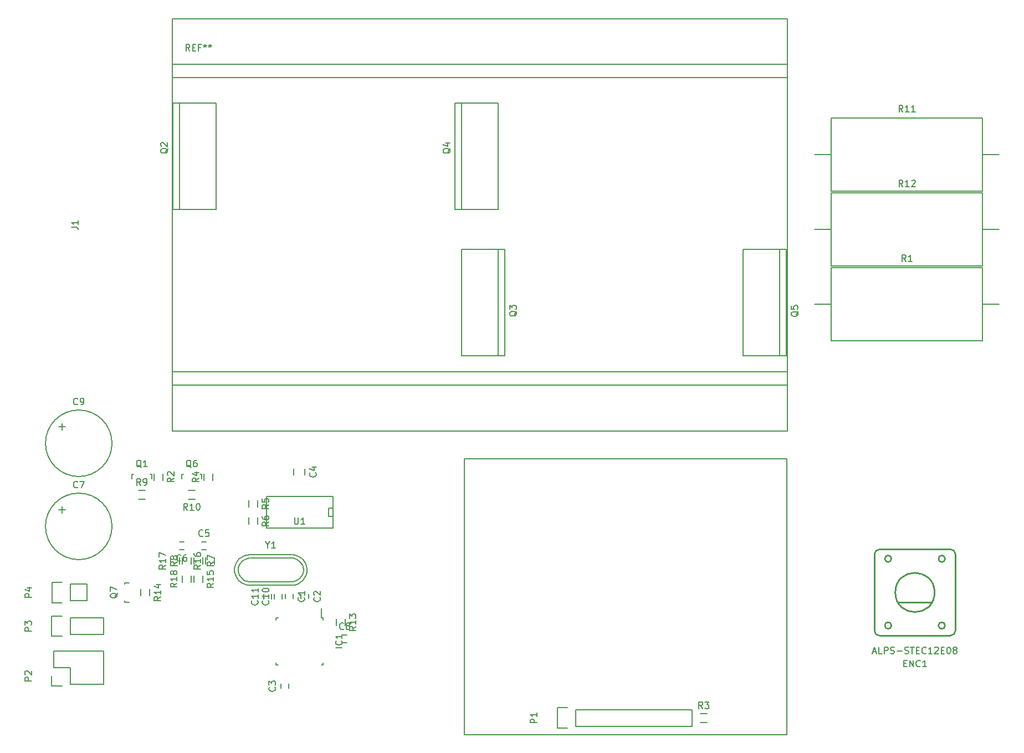
<source format=gbr>
G04 #@! TF.FileFunction,Legend,Top*
%FSLAX46Y46*%
G04 Gerber Fmt 4.6, Leading zero omitted, Abs format (unit mm)*
G04 Created by KiCad (PCBNEW 0.201507290901+6012~27~ubuntu14.04.1-product) date Fri 31 Jul 2015 15:24:14 CEST*
%MOMM*%
G01*
G04 APERTURE LIST*
%ADD10C,0.100000*%
%ADD11C,0.150000*%
%ADD12C,0.250000*%
%ADD13C,0.200000*%
G04 APERTURE END LIST*
D10*
D11*
X98933000Y-54610000D02*
X99949000Y-54610000D01*
X98933000Y-70866000D02*
X98933000Y-54610000D01*
X99949000Y-70866000D02*
X98933000Y-70866000D01*
X105537000Y-54610000D02*
X99949000Y-54610000D01*
X99949000Y-54610000D02*
X99949000Y-70866000D01*
X99949000Y-70866000D02*
X105537000Y-70866000D01*
X105537000Y-70866000D02*
X105537000Y-54610000D01*
X192870000Y-50720000D02*
X98870000Y-50720000D01*
X98870000Y-95720000D02*
X192870000Y-95720000D01*
X98870000Y-104720000D02*
X98870000Y-97720000D01*
X192870000Y-104720000D02*
X98870000Y-104720000D01*
X192870000Y-41720000D02*
X192870000Y-104720000D01*
X98870000Y-41720000D02*
X192870000Y-41720000D01*
X98870000Y-48720000D02*
X98870000Y-41720000D01*
X98870000Y-97720000D02*
X98870000Y-48720000D01*
X192870000Y-97720000D02*
X98870000Y-97720000D01*
X192870000Y-48720000D02*
X192870000Y-97720000D01*
X98870000Y-48720000D02*
X192870000Y-48720000D01*
X119742421Y-129659233D02*
X119742421Y-130359233D01*
X118542421Y-130359233D02*
X118542421Y-129659233D01*
X121937421Y-133261233D02*
X121612421Y-133261233D01*
X121937421Y-140511233D02*
X121612421Y-140511233D01*
X114687421Y-140511233D02*
X115012421Y-140511233D01*
X114687421Y-133261233D02*
X115012421Y-133261233D01*
X121937421Y-133261233D02*
X121937421Y-133586233D01*
X114687421Y-133261233D02*
X114687421Y-133586233D01*
X114687421Y-140511233D02*
X114687421Y-140186233D01*
X121937421Y-140511233D02*
X121937421Y-140186233D01*
X121612421Y-133261233D02*
X121612421Y-131836233D01*
X96090005Y-112255551D02*
X96090005Y-111255551D01*
X97440005Y-111255551D02*
X97440005Y-112255551D01*
X117329421Y-129659233D02*
X117329421Y-130359233D01*
X116129421Y-130359233D02*
X116129421Y-129659233D01*
X115494421Y-144075233D02*
X115494421Y-143375233D01*
X116694421Y-143375233D02*
X116694421Y-144075233D01*
X119147013Y-111469987D02*
X119147013Y-110469987D01*
X117447013Y-110469987D02*
X117447013Y-111469987D01*
X103360047Y-121701000D02*
X104060047Y-121701000D01*
X104060047Y-122901000D02*
X103360047Y-122901000D01*
X180586000Y-149265000D02*
X179586000Y-149265000D01*
X179586000Y-147915000D02*
X180586000Y-147915000D01*
X105060005Y-111255551D02*
X105060005Y-112255551D01*
X103710005Y-112255551D02*
X103710005Y-111255551D01*
X113237747Y-119560119D02*
X113237747Y-114734119D01*
X113237747Y-114734119D02*
X123397747Y-114734119D01*
X123397747Y-114734119D02*
X123397747Y-119560119D01*
X123397747Y-119560119D02*
X113237747Y-119560119D01*
X123397747Y-117782119D02*
X122762747Y-117782119D01*
X122762747Y-117782119D02*
X122762747Y-116512119D01*
X122762747Y-116512119D02*
X123397747Y-116512119D01*
X199581609Y-89931779D02*
X199581609Y-90947779D01*
X199581609Y-90947779D02*
X222695609Y-90947779D01*
X222695609Y-90947779D02*
X222695609Y-89931779D01*
X199581609Y-80787779D02*
X199581609Y-79771779D01*
X199581609Y-79771779D02*
X222695609Y-79771779D01*
X222695609Y-79771779D02*
X222695609Y-80787779D01*
X222695609Y-85359779D02*
X225235609Y-85359779D01*
X199581609Y-85359779D02*
X197041609Y-85359779D01*
X199581609Y-80787779D02*
X199581609Y-89931779D01*
X222695609Y-89931779D02*
X222695609Y-80787779D01*
X83262543Y-143458745D02*
X88342543Y-143458745D01*
X80442543Y-143738745D02*
X80442543Y-142188745D01*
X80722543Y-140918745D02*
X83262543Y-140918745D01*
X83262543Y-140918745D02*
X83262543Y-143458745D01*
X88342543Y-143458745D02*
X88342543Y-138378745D01*
X88342543Y-138378745D02*
X83262543Y-138378745D01*
X80442543Y-143738745D02*
X81992543Y-143738745D01*
X80722543Y-138378745D02*
X80722543Y-140918745D01*
X83262543Y-138378745D02*
X80722543Y-138378745D01*
X110583789Y-116327949D02*
X110583789Y-115327949D01*
X111933789Y-115327949D02*
X111933789Y-116327949D01*
X110583789Y-118994949D02*
X110583789Y-117994949D01*
X111933789Y-117994949D02*
X111933789Y-118994949D01*
X100680000Y-122901000D02*
X99980000Y-122901000D01*
X99980000Y-121701000D02*
X100680000Y-121701000D01*
X102195000Y-125087000D02*
X102195000Y-124087000D01*
X103545000Y-124087000D02*
X103545000Y-125087000D01*
X101767000Y-124087000D02*
X101767000Y-125087000D01*
X100417000Y-125087000D02*
X100417000Y-124087000D01*
X94706534Y-115151456D02*
X93706534Y-115151456D01*
X93706534Y-113801456D02*
X94706534Y-113801456D01*
X101326534Y-113801456D02*
X102326534Y-113801456D01*
X102326534Y-115151456D02*
X101326534Y-115151456D01*
X199581609Y-67071779D02*
X199581609Y-68087779D01*
X199581609Y-68087779D02*
X222695609Y-68087779D01*
X222695609Y-68087779D02*
X222695609Y-67071779D01*
X199581609Y-57927779D02*
X199581609Y-56911779D01*
X199581609Y-56911779D02*
X222695609Y-56911779D01*
X222695609Y-56911779D02*
X222695609Y-57927779D01*
X222695609Y-62499779D02*
X225235609Y-62499779D01*
X199581609Y-62499779D02*
X197041609Y-62499779D01*
X199581609Y-57927779D02*
X199581609Y-67071779D01*
X222695609Y-67071779D02*
X222695609Y-57927779D01*
X199581609Y-78501779D02*
X199581609Y-79517779D01*
X199581609Y-79517779D02*
X222695609Y-79517779D01*
X222695609Y-79517779D02*
X222695609Y-78501779D01*
X199581609Y-69357779D02*
X199581609Y-68341779D01*
X199581609Y-68341779D02*
X222695609Y-68341779D01*
X222695609Y-68341779D02*
X222695609Y-69357779D01*
X222695609Y-73929779D02*
X225235609Y-73929779D01*
X199581609Y-73929779D02*
X197041609Y-73929779D01*
X199581609Y-69357779D02*
X199581609Y-78501779D01*
X222695609Y-78501779D02*
X222695609Y-69357779D01*
X82034474Y-116267231D02*
X82034474Y-117283231D01*
X81526474Y-116775231D02*
X82542474Y-116775231D01*
X89654474Y-119315231D02*
G75*
G03X89654474Y-119315231I-5080000J0D01*
G01*
D12*
X216944000Y-124263000D02*
G75*
G03X216944000Y-124263000I-500000J0D01*
G01*
X208744000Y-124263000D02*
G75*
G03X208744000Y-124263000I-500000J0D01*
G01*
X208744000Y-134463000D02*
G75*
G03X208744000Y-134463000I-500000J0D01*
G01*
X216944000Y-134463000D02*
G75*
G03X216944000Y-134463000I-500000J0D01*
G01*
X218544000Y-123613000D02*
X218544000Y-135213000D01*
X206144000Y-135213000D02*
X206144000Y-123613000D01*
X217744000Y-136013000D02*
X206944000Y-136013000D01*
X217744000Y-122813000D02*
X206944000Y-122813000D01*
X217744000Y-136013000D02*
G75*
G03X218544000Y-135213000I0J800000D01*
G01*
X218544000Y-123613000D02*
G75*
G03X217744000Y-122813000I-800000J0D01*
G01*
X206944000Y-122813000D02*
G75*
G03X206144000Y-123613000I0J-800000D01*
G01*
X206144000Y-135213000D02*
G75*
G03X206944000Y-136013000I800000J0D01*
G01*
X214944000Y-130913000D02*
X209744000Y-130913000D01*
X215344000Y-129413000D02*
G75*
G03X215344000Y-129413000I-3000000J0D01*
G01*
D11*
X143510000Y-108966000D02*
X143510000Y-151130000D01*
X192786000Y-108966000D02*
X143510000Y-108966000D01*
X192786000Y-151130000D02*
X192786000Y-108966000D01*
X143510000Y-151130000D02*
X192786000Y-151130000D01*
X160528000Y-147320000D02*
X178308000Y-147320000D01*
X178308000Y-147320000D02*
X178308000Y-149860000D01*
X178308000Y-149860000D02*
X160528000Y-149860000D01*
X157708000Y-147040000D02*
X159258000Y-147040000D01*
X160528000Y-147320000D02*
X160528000Y-149860000D01*
X159258000Y-150140000D02*
X157708000Y-150140000D01*
X157708000Y-150140000D02*
X157708000Y-147040000D01*
X124872000Y-135925000D02*
X125572000Y-135925000D01*
X125572000Y-137125000D02*
X124872000Y-137125000D01*
X123912000Y-134485000D02*
X123912000Y-133485000D01*
X125262000Y-133485000D02*
X125262000Y-134485000D01*
X103144165Y-111359311D02*
X103095905Y-111359311D01*
X100345185Y-112060351D02*
X100345185Y-111359311D01*
X100345185Y-111359311D02*
X100594105Y-111359311D01*
X103144165Y-111359311D02*
X103344825Y-111359311D01*
X103344825Y-111359311D02*
X103344825Y-112060351D01*
X95524165Y-111359311D02*
X95475905Y-111359311D01*
X92725185Y-112060351D02*
X92725185Y-111359311D01*
X92725185Y-111359311D02*
X92974105Y-111359311D01*
X95524165Y-111359311D02*
X95724825Y-111359311D01*
X95724825Y-111359311D02*
X95724825Y-112060351D01*
X82034474Y-103567231D02*
X82034474Y-104583231D01*
X81526474Y-104075231D02*
X82542474Y-104075231D01*
X89654474Y-106615231D02*
G75*
G03X89654474Y-106615231I-5080000J0D01*
G01*
X142071471Y-54610000D02*
X143087471Y-54610000D01*
X142071471Y-70866000D02*
X142071471Y-54610000D01*
X143087471Y-70866000D02*
X142071471Y-70866000D01*
X148675471Y-54610000D02*
X143087471Y-54610000D01*
X143087471Y-54610000D02*
X143087471Y-70866000D01*
X143087471Y-70866000D02*
X148675471Y-70866000D01*
X148675471Y-70866000D02*
X148675471Y-54610000D01*
X149691471Y-93201160D02*
X148675471Y-93201160D01*
X149691471Y-76945160D02*
X149691471Y-93201160D01*
X148675471Y-76945160D02*
X149691471Y-76945160D01*
X143087471Y-93201160D02*
X148675471Y-93201160D01*
X148675471Y-93201160D02*
X148675471Y-76945160D01*
X148675471Y-76945160D02*
X143087471Y-76945160D01*
X143087471Y-76945160D02*
X143087471Y-93201160D01*
X192723609Y-93233779D02*
X191707609Y-93233779D01*
X192723609Y-76977779D02*
X192723609Y-93233779D01*
X191707609Y-76977779D02*
X192723609Y-76977779D01*
X186119609Y-93233779D02*
X191707609Y-93233779D01*
X191707609Y-93233779D02*
X191707609Y-76977779D01*
X191707609Y-76977779D02*
X186119609Y-76977779D01*
X186119609Y-76977779D02*
X186119609Y-93233779D01*
X83262543Y-135838745D02*
X88342543Y-135838745D01*
X88342543Y-135838745D02*
X88342543Y-133298745D01*
X88342543Y-133298745D02*
X83262543Y-133298745D01*
X80442543Y-133018745D02*
X81992543Y-133018745D01*
X83262543Y-133298745D02*
X83262543Y-135838745D01*
X81992543Y-136118745D02*
X80442543Y-136118745D01*
X80442543Y-136118745D02*
X80442543Y-133018745D01*
X83312000Y-128143000D02*
X85852000Y-128143000D01*
X80492000Y-127863000D02*
X82042000Y-127863000D01*
X83312000Y-128143000D02*
X83312000Y-130683000D01*
X82042000Y-130963000D02*
X80492000Y-130963000D01*
X80492000Y-130963000D02*
X80492000Y-127863000D01*
X83312000Y-130683000D02*
X85852000Y-130683000D01*
X85852000Y-130683000D02*
X85852000Y-128143000D01*
X91551760Y-128113840D02*
X91551760Y-128162100D01*
X92252800Y-130912820D02*
X91551760Y-130912820D01*
X91551760Y-130912820D02*
X91551760Y-130663900D01*
X91551760Y-128113840D02*
X91551760Y-127913180D01*
X91551760Y-127913180D02*
X92252800Y-127913180D01*
X94067000Y-129913000D02*
X94067000Y-128913000D01*
X95417000Y-128913000D02*
X95417000Y-129913000D01*
X114462000Y-130386000D02*
X114462000Y-129686000D01*
X115662000Y-129686000D02*
X115662000Y-130386000D01*
X112811000Y-130386000D02*
X112811000Y-129686000D01*
X114011000Y-129686000D02*
X114011000Y-130386000D01*
X102146047Y-127880271D02*
X102146047Y-126880271D01*
X103496047Y-126880271D02*
X103496047Y-127880271D01*
X105323000Y-124087000D02*
X105323000Y-125087000D01*
X103973000Y-125087000D02*
X103973000Y-124087000D01*
X99989000Y-124087000D02*
X99989000Y-125087000D01*
X98639000Y-125087000D02*
X98639000Y-124087000D01*
X101711463Y-126851680D02*
X101711463Y-127851680D01*
X100361463Y-127851680D02*
X100361463Y-126851680D01*
X118618000Y-124983240D02*
X118818660Y-125384560D01*
X118818660Y-125384560D02*
X118920260Y-125984000D01*
X118920260Y-125984000D02*
X118818660Y-126484380D01*
X118818660Y-126484380D02*
X118419880Y-127182880D01*
X118419880Y-127182880D02*
X117817900Y-127584200D01*
X117817900Y-127584200D02*
X117218460Y-127784860D01*
X117218460Y-127784860D02*
X110619540Y-127784860D01*
X110619540Y-127784860D02*
X109918500Y-127584200D01*
X109918500Y-127584200D02*
X109519720Y-127284480D01*
X109519720Y-127284480D02*
X109118400Y-126784100D01*
X109118400Y-126784100D02*
X108917740Y-126184660D01*
X108917740Y-126184660D02*
X108917740Y-125684280D01*
X108917740Y-125684280D02*
X109118400Y-125183900D01*
X109118400Y-125183900D02*
X109618780Y-124584460D01*
X109618780Y-124584460D02*
X110119160Y-124284740D01*
X110119160Y-124284740D02*
X110619540Y-124183140D01*
X110718600Y-124183140D02*
X117320060Y-124183140D01*
X117320060Y-124183140D02*
X117718840Y-124284740D01*
X117718840Y-124284740D02*
X118219220Y-124584460D01*
X118219220Y-124584460D02*
X118719600Y-125084840D01*
X110728760Y-123654820D02*
X110269020Y-123703080D01*
X110269020Y-123703080D02*
X109870240Y-123814840D01*
X109870240Y-123814840D02*
X109438440Y-124033280D01*
X109438440Y-124033280D02*
X109148880Y-124264420D01*
X109148880Y-124264420D02*
X108818680Y-124614940D01*
X108818680Y-124614940D02*
X108529120Y-125153420D01*
X108529120Y-125153420D02*
X108399580Y-125752860D01*
X108399580Y-125752860D02*
X108399580Y-126263400D01*
X108399580Y-126263400D02*
X108569760Y-126964440D01*
X108569760Y-126964440D02*
X108968540Y-127553720D01*
X108968540Y-127553720D02*
X109428280Y-127924560D01*
X109428280Y-127924560D02*
X109849920Y-128132840D01*
X109849920Y-128132840D02*
X110299500Y-128292860D01*
X110299500Y-128292860D02*
X110738920Y-128323340D01*
X118079520Y-128104900D02*
X118457980Y-127883920D01*
X118457980Y-127883920D02*
X118778020Y-127604520D01*
X118778020Y-127604520D02*
X119029480Y-127274320D01*
X119029480Y-127274320D02*
X119329200Y-126723140D01*
X119329200Y-126723140D02*
X119438420Y-126253240D01*
X119438420Y-126253240D02*
X119458740Y-125793500D01*
X119458740Y-125793500D02*
X119369840Y-125333760D01*
X119369840Y-125333760D02*
X119179340Y-124884180D01*
X119179340Y-124884180D02*
X118818660Y-124414280D01*
X118818660Y-124414280D02*
X118468140Y-124094240D01*
X118468140Y-124094240D02*
X118079520Y-123863100D01*
X118079520Y-123863100D02*
X117650260Y-123723400D01*
X117650260Y-123723400D02*
X117208300Y-123654820D01*
X110718600Y-128313180D02*
X117170200Y-128313180D01*
X117170200Y-128313180D02*
X117589300Y-128275080D01*
X117589300Y-128275080D02*
X118079520Y-128104900D01*
X110718600Y-123654820D02*
X117170200Y-123654820D01*
X98210619Y-61563238D02*
X98163000Y-61658476D01*
X98067762Y-61753714D01*
X97924905Y-61896571D01*
X97877286Y-61991810D01*
X97877286Y-62087048D01*
X98115381Y-62039429D02*
X98067762Y-62134667D01*
X97972524Y-62229905D01*
X97782048Y-62277524D01*
X97448714Y-62277524D01*
X97258238Y-62229905D01*
X97163000Y-62134667D01*
X97115381Y-62039429D01*
X97115381Y-61848952D01*
X97163000Y-61753714D01*
X97258238Y-61658476D01*
X97448714Y-61610857D01*
X97782048Y-61610857D01*
X97972524Y-61658476D01*
X98067762Y-61753714D01*
X98115381Y-61848952D01*
X98115381Y-62039429D01*
X97210619Y-61229905D02*
X97163000Y-61182286D01*
X97115381Y-61087048D01*
X97115381Y-60848952D01*
X97163000Y-60753714D01*
X97210619Y-60706095D01*
X97305857Y-60658476D01*
X97401095Y-60658476D01*
X97543952Y-60706095D01*
X98115381Y-61277524D01*
X98115381Y-60658476D01*
X101536667Y-46672381D02*
X101203333Y-46196190D01*
X100965238Y-46672381D02*
X100965238Y-45672381D01*
X101346191Y-45672381D01*
X101441429Y-45720000D01*
X101489048Y-45767619D01*
X101536667Y-45862857D01*
X101536667Y-46005714D01*
X101489048Y-46100952D01*
X101441429Y-46148571D01*
X101346191Y-46196190D01*
X100965238Y-46196190D01*
X101965238Y-46148571D02*
X102298572Y-46148571D01*
X102441429Y-46672381D02*
X101965238Y-46672381D01*
X101965238Y-45672381D01*
X102441429Y-45672381D01*
X103203334Y-46148571D02*
X102870000Y-46148571D01*
X102870000Y-46672381D02*
X102870000Y-45672381D01*
X103346191Y-45672381D01*
X103870000Y-45672381D02*
X103870000Y-45910476D01*
X103631905Y-45815238D02*
X103870000Y-45910476D01*
X104108096Y-45815238D01*
X103727143Y-46100952D02*
X103870000Y-45910476D01*
X104012858Y-46100952D01*
X104631905Y-45672381D02*
X104631905Y-45910476D01*
X104393810Y-45815238D02*
X104631905Y-45910476D01*
X104870001Y-45815238D01*
X104489048Y-46100952D02*
X104631905Y-45910476D01*
X104774763Y-46100952D01*
X83479946Y-73594632D02*
X84194232Y-73594632D01*
X84337089Y-73642252D01*
X84432327Y-73737490D01*
X84479946Y-73880347D01*
X84479946Y-73975585D01*
X84479946Y-72594632D02*
X84479946Y-73166061D01*
X84479946Y-72880347D02*
X83479946Y-72880347D01*
X83622803Y-72975585D01*
X83718041Y-73070823D01*
X83765660Y-73166061D01*
X121399564Y-130175899D02*
X121447183Y-130223518D01*
X121494802Y-130366375D01*
X121494802Y-130461613D01*
X121447183Y-130604471D01*
X121351945Y-130699709D01*
X121256707Y-130747328D01*
X121066231Y-130794947D01*
X120923373Y-130794947D01*
X120732897Y-130747328D01*
X120637659Y-130699709D01*
X120542421Y-130604471D01*
X120494802Y-130461613D01*
X120494802Y-130366375D01*
X120542421Y-130223518D01*
X120590040Y-130175899D01*
X120590040Y-129794947D02*
X120542421Y-129747328D01*
X120494802Y-129652090D01*
X120494802Y-129413994D01*
X120542421Y-129318756D01*
X120590040Y-129271137D01*
X120685278Y-129223518D01*
X120780516Y-129223518D01*
X120923373Y-129271137D01*
X121494802Y-129842566D01*
X121494802Y-129223518D01*
X124814802Y-137862423D02*
X123814802Y-137862423D01*
X124719564Y-136814804D02*
X124767183Y-136862423D01*
X124814802Y-137005280D01*
X124814802Y-137100518D01*
X124767183Y-137243376D01*
X124671945Y-137338614D01*
X124576707Y-137386233D01*
X124386231Y-137433852D01*
X124243373Y-137433852D01*
X124052897Y-137386233D01*
X123957659Y-137338614D01*
X123862421Y-137243376D01*
X123814802Y-137100518D01*
X123814802Y-137005280D01*
X123862421Y-136862423D01*
X123910040Y-136814804D01*
X124814802Y-135862423D02*
X124814802Y-136433852D01*
X124814802Y-136148138D02*
X123814802Y-136148138D01*
X123957659Y-136243376D01*
X124052897Y-136338614D01*
X124100516Y-136433852D01*
X99117386Y-111922217D02*
X98641195Y-112255551D01*
X99117386Y-112493646D02*
X98117386Y-112493646D01*
X98117386Y-112112693D01*
X98165005Y-112017455D01*
X98212624Y-111969836D01*
X98307862Y-111922217D01*
X98450719Y-111922217D01*
X98545957Y-111969836D01*
X98593576Y-112017455D01*
X98641195Y-112112693D01*
X98641195Y-112493646D01*
X98212624Y-111541265D02*
X98165005Y-111493646D01*
X98117386Y-111398408D01*
X98117386Y-111160312D01*
X98165005Y-111065074D01*
X98212624Y-111017455D01*
X98307862Y-110969836D01*
X98403100Y-110969836D01*
X98545957Y-111017455D01*
X99117386Y-111588884D01*
X99117386Y-110969836D01*
X118986564Y-130175899D02*
X119034183Y-130223518D01*
X119081802Y-130366375D01*
X119081802Y-130461613D01*
X119034183Y-130604471D01*
X118938945Y-130699709D01*
X118843707Y-130747328D01*
X118653231Y-130794947D01*
X118510373Y-130794947D01*
X118319897Y-130747328D01*
X118224659Y-130699709D01*
X118129421Y-130604471D01*
X118081802Y-130461613D01*
X118081802Y-130366375D01*
X118129421Y-130223518D01*
X118177040Y-130175899D01*
X119081802Y-129223518D02*
X119081802Y-129794947D01*
X119081802Y-129509233D02*
X118081802Y-129509233D01*
X118224659Y-129604471D01*
X118319897Y-129699709D01*
X118367516Y-129794947D01*
X114551564Y-143891899D02*
X114599183Y-143939518D01*
X114646802Y-144082375D01*
X114646802Y-144177613D01*
X114599183Y-144320471D01*
X114503945Y-144415709D01*
X114408707Y-144463328D01*
X114218231Y-144510947D01*
X114075373Y-144510947D01*
X113884897Y-144463328D01*
X113789659Y-144415709D01*
X113694421Y-144320471D01*
X113646802Y-144177613D01*
X113646802Y-144082375D01*
X113694421Y-143939518D01*
X113742040Y-143891899D01*
X113646802Y-143558566D02*
X113646802Y-142939518D01*
X114027754Y-143272852D01*
X114027754Y-143129994D01*
X114075373Y-143034756D01*
X114122992Y-142987137D01*
X114218231Y-142939518D01*
X114456326Y-142939518D01*
X114551564Y-142987137D01*
X114599183Y-143034756D01*
X114646802Y-143129994D01*
X114646802Y-143415709D01*
X114599183Y-143510947D01*
X114551564Y-143558566D01*
X120754156Y-111136653D02*
X120801775Y-111184272D01*
X120849394Y-111327129D01*
X120849394Y-111422367D01*
X120801775Y-111565225D01*
X120706537Y-111660463D01*
X120611299Y-111708082D01*
X120420823Y-111755701D01*
X120277965Y-111755701D01*
X120087489Y-111708082D01*
X119992251Y-111660463D01*
X119897013Y-111565225D01*
X119849394Y-111422367D01*
X119849394Y-111327129D01*
X119897013Y-111184272D01*
X119944632Y-111136653D01*
X120182727Y-110279510D02*
X120849394Y-110279510D01*
X119801775Y-110517606D02*
X120516061Y-110755701D01*
X120516061Y-110136653D01*
X103543381Y-120758143D02*
X103495762Y-120805762D01*
X103352905Y-120853381D01*
X103257667Y-120853381D01*
X103114809Y-120805762D01*
X103019571Y-120710524D01*
X102971952Y-120615286D01*
X102924333Y-120424810D01*
X102924333Y-120281952D01*
X102971952Y-120091476D01*
X103019571Y-119996238D01*
X103114809Y-119901000D01*
X103257667Y-119853381D01*
X103352905Y-119853381D01*
X103495762Y-119901000D01*
X103543381Y-119948619D01*
X104448143Y-119853381D02*
X103971952Y-119853381D01*
X103924333Y-120329571D01*
X103971952Y-120281952D01*
X104067190Y-120234333D01*
X104305286Y-120234333D01*
X104400524Y-120281952D01*
X104448143Y-120329571D01*
X104495762Y-120424810D01*
X104495762Y-120662905D01*
X104448143Y-120758143D01*
X104400524Y-120805762D01*
X104305286Y-120853381D01*
X104067190Y-120853381D01*
X103971952Y-120805762D01*
X103924333Y-120758143D01*
X179919334Y-147142381D02*
X179586000Y-146666190D01*
X179347905Y-147142381D02*
X179347905Y-146142381D01*
X179728858Y-146142381D01*
X179824096Y-146190000D01*
X179871715Y-146237619D01*
X179919334Y-146332857D01*
X179919334Y-146475714D01*
X179871715Y-146570952D01*
X179824096Y-146618571D01*
X179728858Y-146666190D01*
X179347905Y-146666190D01*
X180252667Y-146142381D02*
X180871715Y-146142381D01*
X180538381Y-146523333D01*
X180681239Y-146523333D01*
X180776477Y-146570952D01*
X180824096Y-146618571D01*
X180871715Y-146713810D01*
X180871715Y-146951905D01*
X180824096Y-147047143D01*
X180776477Y-147094762D01*
X180681239Y-147142381D01*
X180395524Y-147142381D01*
X180300286Y-147094762D01*
X180252667Y-147047143D01*
X102937386Y-111922217D02*
X102461195Y-112255551D01*
X102937386Y-112493646D02*
X101937386Y-112493646D01*
X101937386Y-112112693D01*
X101985005Y-112017455D01*
X102032624Y-111969836D01*
X102127862Y-111922217D01*
X102270719Y-111922217D01*
X102365957Y-111969836D01*
X102413576Y-112017455D01*
X102461195Y-112112693D01*
X102461195Y-112493646D01*
X102270719Y-111065074D02*
X102937386Y-111065074D01*
X101889767Y-111303170D02*
X102604053Y-111541265D01*
X102604053Y-110922217D01*
X117555842Y-117996500D02*
X117555842Y-118806024D01*
X117603461Y-118901262D01*
X117651080Y-118948881D01*
X117746318Y-118996500D01*
X117936795Y-118996500D01*
X118032033Y-118948881D01*
X118079652Y-118901262D01*
X118127271Y-118806024D01*
X118127271Y-117996500D01*
X119127271Y-118996500D02*
X118555842Y-118996500D01*
X118841556Y-118996500D02*
X118841556Y-117996500D01*
X118746318Y-118139357D01*
X118651080Y-118234595D01*
X118555842Y-118282214D01*
X210971943Y-78827160D02*
X210638609Y-78350969D01*
X210400514Y-78827160D02*
X210400514Y-77827160D01*
X210781467Y-77827160D01*
X210876705Y-77874779D01*
X210924324Y-77922398D01*
X210971943Y-78017636D01*
X210971943Y-78160493D01*
X210924324Y-78255731D01*
X210876705Y-78303350D01*
X210781467Y-78350969D01*
X210400514Y-78350969D01*
X211924324Y-78827160D02*
X211352895Y-78827160D01*
X211638609Y-78827160D02*
X211638609Y-77827160D01*
X211543371Y-77970017D01*
X211448133Y-78065255D01*
X211352895Y-78112874D01*
X77344924Y-142926840D02*
X76344924Y-142926840D01*
X76344924Y-142545887D01*
X76392543Y-142450649D01*
X76440162Y-142403030D01*
X76535400Y-142355411D01*
X76678257Y-142355411D01*
X76773495Y-142403030D01*
X76821114Y-142450649D01*
X76868733Y-142545887D01*
X76868733Y-142926840D01*
X76440162Y-141974459D02*
X76392543Y-141926840D01*
X76344924Y-141831602D01*
X76344924Y-141593506D01*
X76392543Y-141498268D01*
X76440162Y-141450649D01*
X76535400Y-141403030D01*
X76630638Y-141403030D01*
X76773495Y-141450649D01*
X77344924Y-142022078D01*
X77344924Y-141403030D01*
X113611170Y-115994615D02*
X113134979Y-116327949D01*
X113611170Y-116566044D02*
X112611170Y-116566044D01*
X112611170Y-116185091D01*
X112658789Y-116089853D01*
X112706408Y-116042234D01*
X112801646Y-115994615D01*
X112944503Y-115994615D01*
X113039741Y-116042234D01*
X113087360Y-116089853D01*
X113134979Y-116185091D01*
X113134979Y-116566044D01*
X112611170Y-115089853D02*
X112611170Y-115566044D01*
X113087360Y-115613663D01*
X113039741Y-115566044D01*
X112992122Y-115470806D01*
X112992122Y-115232710D01*
X113039741Y-115137472D01*
X113087360Y-115089853D01*
X113182599Y-115042234D01*
X113420694Y-115042234D01*
X113515932Y-115089853D01*
X113563551Y-115137472D01*
X113611170Y-115232710D01*
X113611170Y-115470806D01*
X113563551Y-115566044D01*
X113515932Y-115613663D01*
X113611170Y-118661615D02*
X113134979Y-118994949D01*
X113611170Y-119233044D02*
X112611170Y-119233044D01*
X112611170Y-118852091D01*
X112658789Y-118756853D01*
X112706408Y-118709234D01*
X112801646Y-118661615D01*
X112944503Y-118661615D01*
X113039741Y-118709234D01*
X113087360Y-118756853D01*
X113134979Y-118852091D01*
X113134979Y-119233044D01*
X112611170Y-117804472D02*
X112611170Y-117994949D01*
X112658789Y-118090187D01*
X112706408Y-118137806D01*
X112849265Y-118233044D01*
X113039741Y-118280663D01*
X113420694Y-118280663D01*
X113515932Y-118233044D01*
X113563551Y-118185425D01*
X113611170Y-118090187D01*
X113611170Y-117899710D01*
X113563551Y-117804472D01*
X113515932Y-117756853D01*
X113420694Y-117709234D01*
X113182599Y-117709234D01*
X113087360Y-117756853D01*
X113039741Y-117804472D01*
X112992122Y-117899710D01*
X112992122Y-118090187D01*
X113039741Y-118185425D01*
X113087360Y-118233044D01*
X113182599Y-118280663D01*
X100163334Y-124558143D02*
X100115715Y-124605762D01*
X99972858Y-124653381D01*
X99877620Y-124653381D01*
X99734762Y-124605762D01*
X99639524Y-124510524D01*
X99591905Y-124415286D01*
X99544286Y-124224810D01*
X99544286Y-124081952D01*
X99591905Y-123891476D01*
X99639524Y-123796238D01*
X99734762Y-123701000D01*
X99877620Y-123653381D01*
X99972858Y-123653381D01*
X100115715Y-123701000D01*
X100163334Y-123748619D01*
X101020477Y-123653381D02*
X100830000Y-123653381D01*
X100734762Y-123701000D01*
X100687143Y-123748619D01*
X100591905Y-123891476D01*
X100544286Y-124081952D01*
X100544286Y-124462905D01*
X100591905Y-124558143D01*
X100639524Y-124605762D01*
X100734762Y-124653381D01*
X100925239Y-124653381D01*
X101020477Y-124605762D01*
X101068096Y-124558143D01*
X101115715Y-124462905D01*
X101115715Y-124224810D01*
X101068096Y-124129571D01*
X101020477Y-124081952D01*
X100925239Y-124034333D01*
X100734762Y-124034333D01*
X100639524Y-124081952D01*
X100591905Y-124129571D01*
X100544286Y-124224810D01*
X105222381Y-124753666D02*
X104746190Y-125087000D01*
X105222381Y-125325095D02*
X104222381Y-125325095D01*
X104222381Y-124944142D01*
X104270000Y-124848904D01*
X104317619Y-124801285D01*
X104412857Y-124753666D01*
X104555714Y-124753666D01*
X104650952Y-124801285D01*
X104698571Y-124848904D01*
X104746190Y-124944142D01*
X104746190Y-125325095D01*
X104222381Y-124420333D02*
X104222381Y-123753666D01*
X105222381Y-124182238D01*
X99644381Y-124753666D02*
X99168190Y-125087000D01*
X99644381Y-125325095D02*
X98644381Y-125325095D01*
X98644381Y-124944142D01*
X98692000Y-124848904D01*
X98739619Y-124801285D01*
X98834857Y-124753666D01*
X98977714Y-124753666D01*
X99072952Y-124801285D01*
X99120571Y-124848904D01*
X99168190Y-124944142D01*
X99168190Y-125325095D01*
X99072952Y-124182238D02*
X99025333Y-124277476D01*
X98977714Y-124325095D01*
X98882476Y-124372714D01*
X98834857Y-124372714D01*
X98739619Y-124325095D01*
X98692000Y-124277476D01*
X98644381Y-124182238D01*
X98644381Y-123991761D01*
X98692000Y-123896523D01*
X98739619Y-123848904D01*
X98834857Y-123801285D01*
X98882476Y-123801285D01*
X98977714Y-123848904D01*
X99025333Y-123896523D01*
X99072952Y-123991761D01*
X99072952Y-124182238D01*
X99120571Y-124277476D01*
X99168190Y-124325095D01*
X99263429Y-124372714D01*
X99453905Y-124372714D01*
X99549143Y-124325095D01*
X99596762Y-124277476D01*
X99644381Y-124182238D01*
X99644381Y-123991761D01*
X99596762Y-123896523D01*
X99549143Y-123848904D01*
X99453905Y-123801285D01*
X99263429Y-123801285D01*
X99168190Y-123848904D01*
X99120571Y-123896523D01*
X99072952Y-123991761D01*
X94039868Y-113028837D02*
X93706534Y-112552646D01*
X93468439Y-113028837D02*
X93468439Y-112028837D01*
X93849392Y-112028837D01*
X93944630Y-112076456D01*
X93992249Y-112124075D01*
X94039868Y-112219313D01*
X94039868Y-112362170D01*
X93992249Y-112457408D01*
X93944630Y-112505027D01*
X93849392Y-112552646D01*
X93468439Y-112552646D01*
X94516058Y-113028837D02*
X94706534Y-113028837D01*
X94801773Y-112981218D01*
X94849392Y-112933599D01*
X94944630Y-112790742D01*
X94992249Y-112600266D01*
X94992249Y-112219313D01*
X94944630Y-112124075D01*
X94897011Y-112076456D01*
X94801773Y-112028837D01*
X94611296Y-112028837D01*
X94516058Y-112076456D01*
X94468439Y-112124075D01*
X94420820Y-112219313D01*
X94420820Y-112457408D01*
X94468439Y-112552646D01*
X94516058Y-112600266D01*
X94611296Y-112647885D01*
X94801773Y-112647885D01*
X94897011Y-112600266D01*
X94944630Y-112552646D01*
X94992249Y-112457408D01*
X101183677Y-116828837D02*
X100850343Y-116352646D01*
X100612248Y-116828837D02*
X100612248Y-115828837D01*
X100993201Y-115828837D01*
X101088439Y-115876456D01*
X101136058Y-115924075D01*
X101183677Y-116019313D01*
X101183677Y-116162170D01*
X101136058Y-116257408D01*
X101088439Y-116305027D01*
X100993201Y-116352646D01*
X100612248Y-116352646D01*
X102136058Y-116828837D02*
X101564629Y-116828837D01*
X101850343Y-116828837D02*
X101850343Y-115828837D01*
X101755105Y-115971694D01*
X101659867Y-116066932D01*
X101564629Y-116114551D01*
X102755105Y-115828837D02*
X102850344Y-115828837D01*
X102945582Y-115876456D01*
X102993201Y-115924075D01*
X103040820Y-116019313D01*
X103088439Y-116209789D01*
X103088439Y-116447885D01*
X103040820Y-116638361D01*
X102993201Y-116733599D01*
X102945582Y-116781218D01*
X102850344Y-116828837D01*
X102755105Y-116828837D01*
X102659867Y-116781218D01*
X102612248Y-116733599D01*
X102564629Y-116638361D01*
X102517010Y-116447885D01*
X102517010Y-116209789D01*
X102564629Y-116019313D01*
X102612248Y-115924075D01*
X102659867Y-115876456D01*
X102755105Y-115828837D01*
X210495752Y-55967160D02*
X210162418Y-55490969D01*
X209924323Y-55967160D02*
X209924323Y-54967160D01*
X210305276Y-54967160D01*
X210400514Y-55014779D01*
X210448133Y-55062398D01*
X210495752Y-55157636D01*
X210495752Y-55300493D01*
X210448133Y-55395731D01*
X210400514Y-55443350D01*
X210305276Y-55490969D01*
X209924323Y-55490969D01*
X211448133Y-55967160D02*
X210876704Y-55967160D01*
X211162418Y-55967160D02*
X211162418Y-54967160D01*
X211067180Y-55110017D01*
X210971942Y-55205255D01*
X210876704Y-55252874D01*
X212400514Y-55967160D02*
X211829085Y-55967160D01*
X212114799Y-55967160D02*
X212114799Y-54967160D01*
X212019561Y-55110017D01*
X211924323Y-55205255D01*
X211829085Y-55252874D01*
X210495752Y-67397160D02*
X210162418Y-66920969D01*
X209924323Y-67397160D02*
X209924323Y-66397160D01*
X210305276Y-66397160D01*
X210400514Y-66444779D01*
X210448133Y-66492398D01*
X210495752Y-66587636D01*
X210495752Y-66730493D01*
X210448133Y-66825731D01*
X210400514Y-66873350D01*
X210305276Y-66920969D01*
X209924323Y-66920969D01*
X211448133Y-67397160D02*
X210876704Y-67397160D01*
X211162418Y-67397160D02*
X211162418Y-66397160D01*
X211067180Y-66540017D01*
X210971942Y-66635255D01*
X210876704Y-66682874D01*
X211829085Y-66492398D02*
X211876704Y-66444779D01*
X211971942Y-66397160D01*
X212210038Y-66397160D01*
X212305276Y-66444779D01*
X212352895Y-66492398D01*
X212400514Y-66587636D01*
X212400514Y-66682874D01*
X212352895Y-66825731D01*
X211781466Y-67397160D01*
X212400514Y-67397160D01*
X84407808Y-113322374D02*
X84360189Y-113369993D01*
X84217332Y-113417612D01*
X84122094Y-113417612D01*
X83979236Y-113369993D01*
X83883998Y-113274755D01*
X83836379Y-113179517D01*
X83788760Y-112989041D01*
X83788760Y-112846183D01*
X83836379Y-112655707D01*
X83883998Y-112560469D01*
X83979236Y-112465231D01*
X84122094Y-112417612D01*
X84217332Y-112417612D01*
X84360189Y-112465231D01*
X84407808Y-112512850D01*
X84741141Y-112417612D02*
X85407808Y-112417612D01*
X84979236Y-113417612D01*
D13*
X210629714Y-140241571D02*
X210963048Y-140241571D01*
X211105905Y-140765381D02*
X210629714Y-140765381D01*
X210629714Y-139765381D01*
X211105905Y-139765381D01*
X211534476Y-140765381D02*
X211534476Y-139765381D01*
X212105905Y-140765381D01*
X212105905Y-139765381D01*
X213153524Y-140670143D02*
X213105905Y-140717762D01*
X212963048Y-140765381D01*
X212867810Y-140765381D01*
X212724952Y-140717762D01*
X212629714Y-140622524D01*
X212582095Y-140527286D01*
X212534476Y-140336810D01*
X212534476Y-140193952D01*
X212582095Y-140003476D01*
X212629714Y-139908238D01*
X212724952Y-139813000D01*
X212867810Y-139765381D01*
X212963048Y-139765381D01*
X213105905Y-139813000D01*
X213153524Y-139860619D01*
X214105905Y-140765381D02*
X213534476Y-140765381D01*
X213820190Y-140765381D02*
X213820190Y-139765381D01*
X213724952Y-139908238D01*
X213629714Y-140003476D01*
X213534476Y-140051095D01*
X205939238Y-138479667D02*
X206415429Y-138479667D01*
X205844000Y-138765381D02*
X206177333Y-137765381D01*
X206510667Y-138765381D01*
X207320191Y-138765381D02*
X206844000Y-138765381D01*
X206844000Y-137765381D01*
X207653524Y-138765381D02*
X207653524Y-137765381D01*
X208034477Y-137765381D01*
X208129715Y-137813000D01*
X208177334Y-137860619D01*
X208224953Y-137955857D01*
X208224953Y-138098714D01*
X208177334Y-138193952D01*
X208129715Y-138241571D01*
X208034477Y-138289190D01*
X207653524Y-138289190D01*
X208605905Y-138717762D02*
X208748762Y-138765381D01*
X208986858Y-138765381D01*
X209082096Y-138717762D01*
X209129715Y-138670143D01*
X209177334Y-138574905D01*
X209177334Y-138479667D01*
X209129715Y-138384429D01*
X209082096Y-138336810D01*
X208986858Y-138289190D01*
X208796381Y-138241571D01*
X208701143Y-138193952D01*
X208653524Y-138146333D01*
X208605905Y-138051095D01*
X208605905Y-137955857D01*
X208653524Y-137860619D01*
X208701143Y-137813000D01*
X208796381Y-137765381D01*
X209034477Y-137765381D01*
X209177334Y-137813000D01*
X209605905Y-138384429D02*
X210367810Y-138384429D01*
X210796381Y-138717762D02*
X210939238Y-138765381D01*
X211177334Y-138765381D01*
X211272572Y-138717762D01*
X211320191Y-138670143D01*
X211367810Y-138574905D01*
X211367810Y-138479667D01*
X211320191Y-138384429D01*
X211272572Y-138336810D01*
X211177334Y-138289190D01*
X210986857Y-138241571D01*
X210891619Y-138193952D01*
X210844000Y-138146333D01*
X210796381Y-138051095D01*
X210796381Y-137955857D01*
X210844000Y-137860619D01*
X210891619Y-137813000D01*
X210986857Y-137765381D01*
X211224953Y-137765381D01*
X211367810Y-137813000D01*
X211653524Y-137765381D02*
X212224953Y-137765381D01*
X211939238Y-138765381D02*
X211939238Y-137765381D01*
X212558286Y-138241571D02*
X212891620Y-138241571D01*
X213034477Y-138765381D02*
X212558286Y-138765381D01*
X212558286Y-137765381D01*
X213034477Y-137765381D01*
X214034477Y-138670143D02*
X213986858Y-138717762D01*
X213844001Y-138765381D01*
X213748763Y-138765381D01*
X213605905Y-138717762D01*
X213510667Y-138622524D01*
X213463048Y-138527286D01*
X213415429Y-138336810D01*
X213415429Y-138193952D01*
X213463048Y-138003476D01*
X213510667Y-137908238D01*
X213605905Y-137813000D01*
X213748763Y-137765381D01*
X213844001Y-137765381D01*
X213986858Y-137813000D01*
X214034477Y-137860619D01*
X214986858Y-138765381D02*
X214415429Y-138765381D01*
X214701143Y-138765381D02*
X214701143Y-137765381D01*
X214605905Y-137908238D01*
X214510667Y-138003476D01*
X214415429Y-138051095D01*
X215367810Y-137860619D02*
X215415429Y-137813000D01*
X215510667Y-137765381D01*
X215748763Y-137765381D01*
X215844001Y-137813000D01*
X215891620Y-137860619D01*
X215939239Y-137955857D01*
X215939239Y-138051095D01*
X215891620Y-138193952D01*
X215320191Y-138765381D01*
X215939239Y-138765381D01*
X216367810Y-138241571D02*
X216701144Y-138241571D01*
X216844001Y-138765381D02*
X216367810Y-138765381D01*
X216367810Y-137765381D01*
X216844001Y-137765381D01*
X217463048Y-137765381D02*
X217558287Y-137765381D01*
X217653525Y-137813000D01*
X217701144Y-137860619D01*
X217748763Y-137955857D01*
X217796382Y-138146333D01*
X217796382Y-138384429D01*
X217748763Y-138574905D01*
X217701144Y-138670143D01*
X217653525Y-138717762D01*
X217558287Y-138765381D01*
X217463048Y-138765381D01*
X217367810Y-138717762D01*
X217320191Y-138670143D01*
X217272572Y-138574905D01*
X217224953Y-138384429D01*
X217224953Y-138146333D01*
X217272572Y-137955857D01*
X217320191Y-137860619D01*
X217367810Y-137813000D01*
X217463048Y-137765381D01*
X218367810Y-138193952D02*
X218272572Y-138146333D01*
X218224953Y-138098714D01*
X218177334Y-138003476D01*
X218177334Y-137955857D01*
X218224953Y-137860619D01*
X218272572Y-137813000D01*
X218367810Y-137765381D01*
X218558287Y-137765381D01*
X218653525Y-137813000D01*
X218701144Y-137860619D01*
X218748763Y-137955857D01*
X218748763Y-138003476D01*
X218701144Y-138098714D01*
X218653525Y-138146333D01*
X218558287Y-138193952D01*
X218367810Y-138193952D01*
X218272572Y-138241571D01*
X218224953Y-138289190D01*
X218177334Y-138384429D01*
X218177334Y-138574905D01*
X218224953Y-138670143D01*
X218272572Y-138717762D01*
X218367810Y-138765381D01*
X218558287Y-138765381D01*
X218653525Y-138717762D01*
X218701144Y-138670143D01*
X218748763Y-138574905D01*
X218748763Y-138384429D01*
X218701144Y-138289190D01*
X218653525Y-138241571D01*
X218558287Y-138193952D01*
D11*
X154610381Y-149328095D02*
X153610381Y-149328095D01*
X153610381Y-148947142D01*
X153658000Y-148851904D01*
X153705619Y-148804285D01*
X153800857Y-148756666D01*
X153943714Y-148756666D01*
X154038952Y-148804285D01*
X154086571Y-148851904D01*
X154134190Y-148947142D01*
X154134190Y-149328095D01*
X154610381Y-147804285D02*
X154610381Y-148375714D01*
X154610381Y-148090000D02*
X153610381Y-148090000D01*
X153753238Y-148185238D01*
X153848476Y-148280476D01*
X153896095Y-148375714D01*
X125055334Y-134982143D02*
X125007715Y-135029762D01*
X124864858Y-135077381D01*
X124769620Y-135077381D01*
X124626762Y-135029762D01*
X124531524Y-134934524D01*
X124483905Y-134839286D01*
X124436286Y-134648810D01*
X124436286Y-134505952D01*
X124483905Y-134315476D01*
X124531524Y-134220238D01*
X124626762Y-134125000D01*
X124769620Y-134077381D01*
X124864858Y-134077381D01*
X125007715Y-134125000D01*
X125055334Y-134172619D01*
X125626762Y-134505952D02*
X125531524Y-134458333D01*
X125483905Y-134410714D01*
X125436286Y-134315476D01*
X125436286Y-134267857D01*
X125483905Y-134172619D01*
X125531524Y-134125000D01*
X125626762Y-134077381D01*
X125817239Y-134077381D01*
X125912477Y-134125000D01*
X125960096Y-134172619D01*
X126007715Y-134267857D01*
X126007715Y-134315476D01*
X125960096Y-134410714D01*
X125912477Y-134458333D01*
X125817239Y-134505952D01*
X125626762Y-134505952D01*
X125531524Y-134553571D01*
X125483905Y-134601190D01*
X125436286Y-134696429D01*
X125436286Y-134886905D01*
X125483905Y-134982143D01*
X125531524Y-135029762D01*
X125626762Y-135077381D01*
X125817239Y-135077381D01*
X125912477Y-135029762D01*
X125960096Y-134982143D01*
X126007715Y-134886905D01*
X126007715Y-134696429D01*
X125960096Y-134601190D01*
X125912477Y-134553571D01*
X125817239Y-134505952D01*
X126939381Y-134627857D02*
X126463190Y-134961191D01*
X126939381Y-135199286D02*
X125939381Y-135199286D01*
X125939381Y-134818333D01*
X125987000Y-134723095D01*
X126034619Y-134675476D01*
X126129857Y-134627857D01*
X126272714Y-134627857D01*
X126367952Y-134675476D01*
X126415571Y-134723095D01*
X126463190Y-134818333D01*
X126463190Y-135199286D01*
X126939381Y-133675476D02*
X126939381Y-134246905D01*
X126939381Y-133961191D02*
X125939381Y-133961191D01*
X126082238Y-134056429D01*
X126177476Y-134151667D01*
X126225095Y-134246905D01*
X125939381Y-133342143D02*
X125939381Y-132723095D01*
X126320333Y-133056429D01*
X126320333Y-132913571D01*
X126367952Y-132818333D01*
X126415571Y-132770714D01*
X126510810Y-132723095D01*
X126748905Y-132723095D01*
X126844143Y-132770714D01*
X126891762Y-132818333D01*
X126939381Y-132913571D01*
X126939381Y-133199286D01*
X126891762Y-133294524D01*
X126844143Y-133342143D01*
X101749767Y-110307170D02*
X101654529Y-110259551D01*
X101559291Y-110164313D01*
X101416434Y-110021456D01*
X101321195Y-109973837D01*
X101225957Y-109973837D01*
X101273576Y-110211932D02*
X101178338Y-110164313D01*
X101083100Y-110069075D01*
X101035481Y-109878599D01*
X101035481Y-109545265D01*
X101083100Y-109354789D01*
X101178338Y-109259551D01*
X101273576Y-109211932D01*
X101464053Y-109211932D01*
X101559291Y-109259551D01*
X101654529Y-109354789D01*
X101702148Y-109545265D01*
X101702148Y-109878599D01*
X101654529Y-110069075D01*
X101559291Y-110164313D01*
X101464053Y-110211932D01*
X101273576Y-110211932D01*
X102559291Y-109211932D02*
X102368814Y-109211932D01*
X102273576Y-109259551D01*
X102225957Y-109307170D01*
X102130719Y-109450027D01*
X102083100Y-109640503D01*
X102083100Y-110021456D01*
X102130719Y-110116694D01*
X102178338Y-110164313D01*
X102273576Y-110211932D01*
X102464053Y-110211932D01*
X102559291Y-110164313D01*
X102606910Y-110116694D01*
X102654529Y-110021456D01*
X102654529Y-109783361D01*
X102606910Y-109688122D01*
X102559291Y-109640503D01*
X102464053Y-109592884D01*
X102273576Y-109592884D01*
X102178338Y-109640503D01*
X102130719Y-109688122D01*
X102083100Y-109783361D01*
X94129767Y-110307170D02*
X94034529Y-110259551D01*
X93939291Y-110164313D01*
X93796434Y-110021456D01*
X93701195Y-109973837D01*
X93605957Y-109973837D01*
X93653576Y-110211932D02*
X93558338Y-110164313D01*
X93463100Y-110069075D01*
X93415481Y-109878599D01*
X93415481Y-109545265D01*
X93463100Y-109354789D01*
X93558338Y-109259551D01*
X93653576Y-109211932D01*
X93844053Y-109211932D01*
X93939291Y-109259551D01*
X94034529Y-109354789D01*
X94082148Y-109545265D01*
X94082148Y-109878599D01*
X94034529Y-110069075D01*
X93939291Y-110164313D01*
X93844053Y-110211932D01*
X93653576Y-110211932D01*
X95034529Y-110211932D02*
X94463100Y-110211932D01*
X94748814Y-110211932D02*
X94748814Y-109211932D01*
X94653576Y-109354789D01*
X94558338Y-109450027D01*
X94463100Y-109497646D01*
X84407808Y-100622374D02*
X84360189Y-100669993D01*
X84217332Y-100717612D01*
X84122094Y-100717612D01*
X83979236Y-100669993D01*
X83883998Y-100574755D01*
X83836379Y-100479517D01*
X83788760Y-100289041D01*
X83788760Y-100146183D01*
X83836379Y-99955707D01*
X83883998Y-99860469D01*
X83979236Y-99765231D01*
X84122094Y-99717612D01*
X84217332Y-99717612D01*
X84360189Y-99765231D01*
X84407808Y-99812850D01*
X84883998Y-100717612D02*
X85074474Y-100717612D01*
X85169713Y-100669993D01*
X85217332Y-100622374D01*
X85312570Y-100479517D01*
X85360189Y-100289041D01*
X85360189Y-99908088D01*
X85312570Y-99812850D01*
X85264951Y-99765231D01*
X85169713Y-99717612D01*
X84979236Y-99717612D01*
X84883998Y-99765231D01*
X84836379Y-99812850D01*
X84788760Y-99908088D01*
X84788760Y-100146183D01*
X84836379Y-100241421D01*
X84883998Y-100289041D01*
X84979236Y-100336660D01*
X85169713Y-100336660D01*
X85264951Y-100289041D01*
X85312570Y-100241421D01*
X85360189Y-100146183D01*
X141349090Y-61563238D02*
X141301471Y-61658476D01*
X141206233Y-61753714D01*
X141063376Y-61896571D01*
X141015757Y-61991810D01*
X141015757Y-62087048D01*
X141253852Y-62039429D02*
X141206233Y-62134667D01*
X141110995Y-62229905D01*
X140920519Y-62277524D01*
X140587185Y-62277524D01*
X140396709Y-62229905D01*
X140301471Y-62134667D01*
X140253852Y-62039429D01*
X140253852Y-61848952D01*
X140301471Y-61753714D01*
X140396709Y-61658476D01*
X140587185Y-61610857D01*
X140920519Y-61610857D01*
X141110995Y-61658476D01*
X141206233Y-61753714D01*
X141253852Y-61848952D01*
X141253852Y-62039429D01*
X140587185Y-60753714D02*
X141253852Y-60753714D01*
X140206233Y-60991810D02*
X140920519Y-61229905D01*
X140920519Y-60610857D01*
X151509090Y-86438398D02*
X151461471Y-86533636D01*
X151366233Y-86628874D01*
X151223376Y-86771731D01*
X151175757Y-86866970D01*
X151175757Y-86962208D01*
X151413852Y-86914589D02*
X151366233Y-87009827D01*
X151270995Y-87105065D01*
X151080519Y-87152684D01*
X150747185Y-87152684D01*
X150556709Y-87105065D01*
X150461471Y-87009827D01*
X150413852Y-86914589D01*
X150413852Y-86724112D01*
X150461471Y-86628874D01*
X150556709Y-86533636D01*
X150747185Y-86486017D01*
X151080519Y-86486017D01*
X151270995Y-86533636D01*
X151366233Y-86628874D01*
X151413852Y-86724112D01*
X151413852Y-86914589D01*
X150413852Y-86152684D02*
X150413852Y-85533636D01*
X150794804Y-85866970D01*
X150794804Y-85724112D01*
X150842423Y-85628874D01*
X150890042Y-85581255D01*
X150985281Y-85533636D01*
X151223376Y-85533636D01*
X151318614Y-85581255D01*
X151366233Y-85628874D01*
X151413852Y-85724112D01*
X151413852Y-86009827D01*
X151366233Y-86105065D01*
X151318614Y-86152684D01*
X194541228Y-86471017D02*
X194493609Y-86566255D01*
X194398371Y-86661493D01*
X194255514Y-86804350D01*
X194207895Y-86899589D01*
X194207895Y-86994827D01*
X194445990Y-86947208D02*
X194398371Y-87042446D01*
X194303133Y-87137684D01*
X194112657Y-87185303D01*
X193779323Y-87185303D01*
X193588847Y-87137684D01*
X193493609Y-87042446D01*
X193445990Y-86947208D01*
X193445990Y-86756731D01*
X193493609Y-86661493D01*
X193588847Y-86566255D01*
X193779323Y-86518636D01*
X194112657Y-86518636D01*
X194303133Y-86566255D01*
X194398371Y-86661493D01*
X194445990Y-86756731D01*
X194445990Y-86947208D01*
X193445990Y-85613874D02*
X193445990Y-86090065D01*
X193922180Y-86137684D01*
X193874561Y-86090065D01*
X193826942Y-85994827D01*
X193826942Y-85756731D01*
X193874561Y-85661493D01*
X193922180Y-85613874D01*
X194017419Y-85566255D01*
X194255514Y-85566255D01*
X194350752Y-85613874D01*
X194398371Y-85661493D01*
X194445990Y-85756731D01*
X194445990Y-85994827D01*
X194398371Y-86090065D01*
X194350752Y-86137684D01*
X77344924Y-135306840D02*
X76344924Y-135306840D01*
X76344924Y-134925887D01*
X76392543Y-134830649D01*
X76440162Y-134783030D01*
X76535400Y-134735411D01*
X76678257Y-134735411D01*
X76773495Y-134783030D01*
X76821114Y-134830649D01*
X76868733Y-134925887D01*
X76868733Y-135306840D01*
X76344924Y-134402078D02*
X76344924Y-133783030D01*
X76725876Y-134116364D01*
X76725876Y-133973506D01*
X76773495Y-133878268D01*
X76821114Y-133830649D01*
X76916353Y-133783030D01*
X77154448Y-133783030D01*
X77249686Y-133830649D01*
X77297305Y-133878268D01*
X77344924Y-133973506D01*
X77344924Y-134259221D01*
X77297305Y-134354459D01*
X77249686Y-134402078D01*
X77394381Y-130151095D02*
X76394381Y-130151095D01*
X76394381Y-129770142D01*
X76442000Y-129674904D01*
X76489619Y-129627285D01*
X76584857Y-129579666D01*
X76727714Y-129579666D01*
X76822952Y-129627285D01*
X76870571Y-129674904D01*
X76918190Y-129770142D01*
X76918190Y-130151095D01*
X76727714Y-128722523D02*
X77394381Y-128722523D01*
X76346762Y-128960619D02*
X77061048Y-129198714D01*
X77061048Y-128579666D01*
X90499619Y-129508238D02*
X90452000Y-129603476D01*
X90356762Y-129698714D01*
X90213905Y-129841571D01*
X90166286Y-129936810D01*
X90166286Y-130032048D01*
X90404381Y-129984429D02*
X90356762Y-130079667D01*
X90261524Y-130174905D01*
X90071048Y-130222524D01*
X89737714Y-130222524D01*
X89547238Y-130174905D01*
X89452000Y-130079667D01*
X89404381Y-129984429D01*
X89404381Y-129793952D01*
X89452000Y-129698714D01*
X89547238Y-129603476D01*
X89737714Y-129555857D01*
X90071048Y-129555857D01*
X90261524Y-129603476D01*
X90356762Y-129698714D01*
X90404381Y-129793952D01*
X90404381Y-129984429D01*
X89404381Y-129222524D02*
X89404381Y-128555857D01*
X90404381Y-128984429D01*
X97094381Y-130055857D02*
X96618190Y-130389191D01*
X97094381Y-130627286D02*
X96094381Y-130627286D01*
X96094381Y-130246333D01*
X96142000Y-130151095D01*
X96189619Y-130103476D01*
X96284857Y-130055857D01*
X96427714Y-130055857D01*
X96522952Y-130103476D01*
X96570571Y-130151095D01*
X96618190Y-130246333D01*
X96618190Y-130627286D01*
X97094381Y-129103476D02*
X97094381Y-129674905D01*
X97094381Y-129389191D02*
X96094381Y-129389191D01*
X96237238Y-129484429D01*
X96332476Y-129579667D01*
X96380095Y-129674905D01*
X96427714Y-128246333D02*
X97094381Y-128246333D01*
X96046762Y-128484429D02*
X96761048Y-128722524D01*
X96761048Y-128103476D01*
X113519143Y-130678857D02*
X113566762Y-130726476D01*
X113614381Y-130869333D01*
X113614381Y-130964571D01*
X113566762Y-131107429D01*
X113471524Y-131202667D01*
X113376286Y-131250286D01*
X113185810Y-131297905D01*
X113042952Y-131297905D01*
X112852476Y-131250286D01*
X112757238Y-131202667D01*
X112662000Y-131107429D01*
X112614381Y-130964571D01*
X112614381Y-130869333D01*
X112662000Y-130726476D01*
X112709619Y-130678857D01*
X113614381Y-129726476D02*
X113614381Y-130297905D01*
X113614381Y-130012191D02*
X112614381Y-130012191D01*
X112757238Y-130107429D01*
X112852476Y-130202667D01*
X112900095Y-130297905D01*
X112614381Y-129107429D02*
X112614381Y-129012190D01*
X112662000Y-128916952D01*
X112709619Y-128869333D01*
X112804857Y-128821714D01*
X112995333Y-128774095D01*
X113233429Y-128774095D01*
X113423905Y-128821714D01*
X113519143Y-128869333D01*
X113566762Y-128916952D01*
X113614381Y-129012190D01*
X113614381Y-129107429D01*
X113566762Y-129202667D01*
X113519143Y-129250286D01*
X113423905Y-129297905D01*
X113233429Y-129345524D01*
X112995333Y-129345524D01*
X112804857Y-129297905D01*
X112709619Y-129250286D01*
X112662000Y-129202667D01*
X112614381Y-129107429D01*
X111868143Y-130678857D02*
X111915762Y-130726476D01*
X111963381Y-130869333D01*
X111963381Y-130964571D01*
X111915762Y-131107429D01*
X111820524Y-131202667D01*
X111725286Y-131250286D01*
X111534810Y-131297905D01*
X111391952Y-131297905D01*
X111201476Y-131250286D01*
X111106238Y-131202667D01*
X111011000Y-131107429D01*
X110963381Y-130964571D01*
X110963381Y-130869333D01*
X111011000Y-130726476D01*
X111058619Y-130678857D01*
X111963381Y-129726476D02*
X111963381Y-130297905D01*
X111963381Y-130012191D02*
X110963381Y-130012191D01*
X111106238Y-130107429D01*
X111201476Y-130202667D01*
X111249095Y-130297905D01*
X111963381Y-128774095D02*
X111963381Y-129345524D01*
X111963381Y-129059810D02*
X110963381Y-129059810D01*
X111106238Y-129155048D01*
X111201476Y-129250286D01*
X111249095Y-129345524D01*
X105173428Y-128023128D02*
X104697237Y-128356462D01*
X105173428Y-128594557D02*
X104173428Y-128594557D01*
X104173428Y-128213604D01*
X104221047Y-128118366D01*
X104268666Y-128070747D01*
X104363904Y-128023128D01*
X104506761Y-128023128D01*
X104601999Y-128070747D01*
X104649618Y-128118366D01*
X104697237Y-128213604D01*
X104697237Y-128594557D01*
X105173428Y-127070747D02*
X105173428Y-127642176D01*
X105173428Y-127356462D02*
X104173428Y-127356462D01*
X104316285Y-127451700D01*
X104411523Y-127546938D01*
X104459142Y-127642176D01*
X104173428Y-126165985D02*
X104173428Y-126642176D01*
X104649618Y-126689795D01*
X104601999Y-126642176D01*
X104554380Y-126546938D01*
X104554380Y-126308842D01*
X104601999Y-126213604D01*
X104649618Y-126165985D01*
X104744857Y-126118366D01*
X104982952Y-126118366D01*
X105078190Y-126165985D01*
X105125809Y-126213604D01*
X105173428Y-126308842D01*
X105173428Y-126546938D01*
X105125809Y-126642176D01*
X105078190Y-126689795D01*
X103200381Y-125229857D02*
X102724190Y-125563191D01*
X103200381Y-125801286D02*
X102200381Y-125801286D01*
X102200381Y-125420333D01*
X102248000Y-125325095D01*
X102295619Y-125277476D01*
X102390857Y-125229857D01*
X102533714Y-125229857D01*
X102628952Y-125277476D01*
X102676571Y-125325095D01*
X102724190Y-125420333D01*
X102724190Y-125801286D01*
X103200381Y-124277476D02*
X103200381Y-124848905D01*
X103200381Y-124563191D02*
X102200381Y-124563191D01*
X102343238Y-124658429D01*
X102438476Y-124753667D01*
X102486095Y-124848905D01*
X102200381Y-123420333D02*
X102200381Y-123610810D01*
X102248000Y-123706048D01*
X102295619Y-123753667D01*
X102438476Y-123848905D01*
X102628952Y-123896524D01*
X103009905Y-123896524D01*
X103105143Y-123848905D01*
X103152762Y-123801286D01*
X103200381Y-123706048D01*
X103200381Y-123515571D01*
X103152762Y-123420333D01*
X103105143Y-123372714D01*
X103009905Y-123325095D01*
X102771810Y-123325095D01*
X102676571Y-123372714D01*
X102628952Y-123420333D01*
X102581333Y-123515571D01*
X102581333Y-123706048D01*
X102628952Y-123801286D01*
X102676571Y-123848905D01*
X102771810Y-123896524D01*
X97866381Y-125229857D02*
X97390190Y-125563191D01*
X97866381Y-125801286D02*
X96866381Y-125801286D01*
X96866381Y-125420333D01*
X96914000Y-125325095D01*
X96961619Y-125277476D01*
X97056857Y-125229857D01*
X97199714Y-125229857D01*
X97294952Y-125277476D01*
X97342571Y-125325095D01*
X97390190Y-125420333D01*
X97390190Y-125801286D01*
X97866381Y-124277476D02*
X97866381Y-124848905D01*
X97866381Y-124563191D02*
X96866381Y-124563191D01*
X97009238Y-124658429D01*
X97104476Y-124753667D01*
X97152095Y-124848905D01*
X96866381Y-123944143D02*
X96866381Y-123277476D01*
X97866381Y-123706048D01*
X99588844Y-127994537D02*
X99112653Y-128327871D01*
X99588844Y-128565966D02*
X98588844Y-128565966D01*
X98588844Y-128185013D01*
X98636463Y-128089775D01*
X98684082Y-128042156D01*
X98779320Y-127994537D01*
X98922177Y-127994537D01*
X99017415Y-128042156D01*
X99065034Y-128089775D01*
X99112653Y-128185013D01*
X99112653Y-128565966D01*
X99588844Y-127042156D02*
X99588844Y-127613585D01*
X99588844Y-127327871D02*
X98588844Y-127327871D01*
X98731701Y-127423109D01*
X98826939Y-127518347D01*
X98874558Y-127613585D01*
X99017415Y-126470728D02*
X98969796Y-126565966D01*
X98922177Y-126613585D01*
X98826939Y-126661204D01*
X98779320Y-126661204D01*
X98684082Y-126613585D01*
X98636463Y-126565966D01*
X98588844Y-126470728D01*
X98588844Y-126280251D01*
X98636463Y-126185013D01*
X98684082Y-126137394D01*
X98779320Y-126089775D01*
X98826939Y-126089775D01*
X98922177Y-126137394D01*
X98969796Y-126185013D01*
X99017415Y-126280251D01*
X99017415Y-126470728D01*
X99065034Y-126565966D01*
X99112653Y-126613585D01*
X99207892Y-126661204D01*
X99398368Y-126661204D01*
X99493606Y-126613585D01*
X99541225Y-126565966D01*
X99588844Y-126470728D01*
X99588844Y-126280251D01*
X99541225Y-126185013D01*
X99493606Y-126137394D01*
X99398368Y-126089775D01*
X99207892Y-126089775D01*
X99112653Y-126137394D01*
X99065034Y-126185013D01*
X99017415Y-126280251D01*
X113442809Y-122150190D02*
X113442809Y-122626381D01*
X113109476Y-121626381D02*
X113442809Y-122150190D01*
X113776143Y-121626381D01*
X114633286Y-122626381D02*
X114061857Y-122626381D01*
X114347571Y-122626381D02*
X114347571Y-121626381D01*
X114252333Y-121769238D01*
X114157095Y-121864476D01*
X114061857Y-121912095D01*
M02*

</source>
